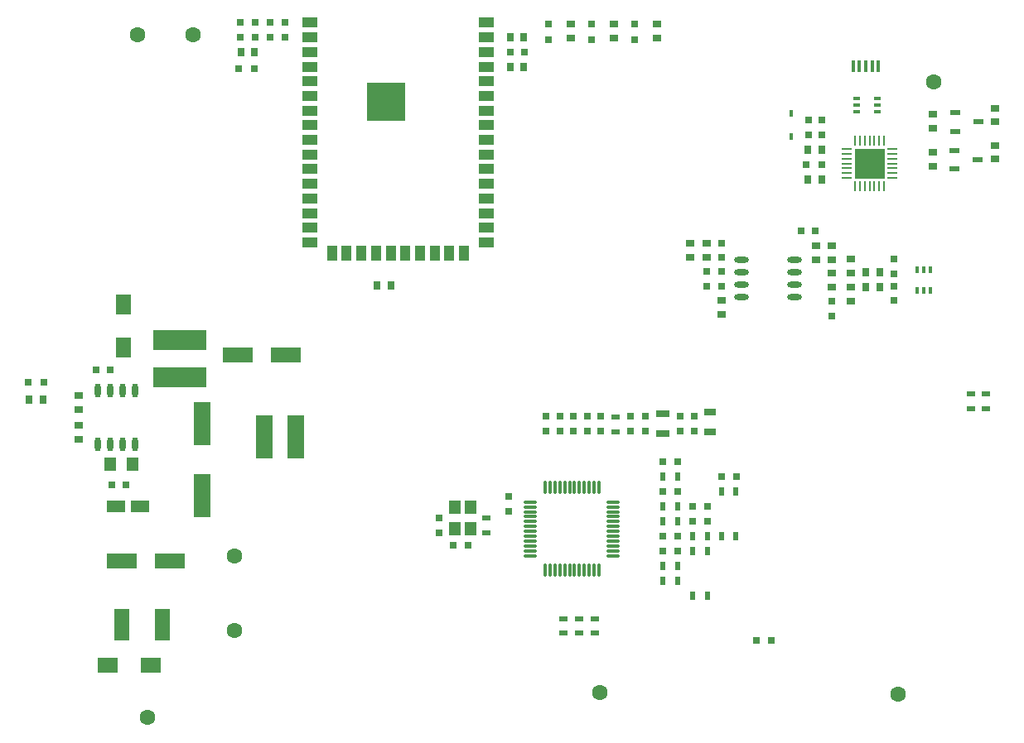
<source format=gtp>
%FSTAX23Y23*%
%MOIN*%
%SFA1B1*%

%IPPOS*%
%ADD20C,0.063000*%
%ADD21R,0.052800X0.031500*%
%ADD22R,0.015700X0.031500*%
%ADD23R,0.031500X0.037400*%
%ADD24R,0.157500X0.157500*%
%ADD25R,0.059100X0.039400*%
%ADD26R,0.039400X0.059100*%
%ADD27R,0.031500X0.031500*%
%ADD28R,0.017700X0.051200*%
%ADD29R,0.021700X0.035400*%
%ADD30R,0.035400X0.021700*%
%ADD31R,0.031500X0.031500*%
%ADD32R,0.216500X0.084600*%
%ADD33R,0.124000X0.063000*%
%ADD34R,0.068900X0.177200*%
%ADD35R,0.070900X0.173200*%
%ADD36R,0.076800X0.049200*%
%ADD37R,0.061000X0.126400*%
%ADD38R,0.049200X0.031500*%
%ADD39O,0.023600X0.057100*%
%ADD40R,0.037400X0.031500*%
%ADD41O,0.059100X0.023600*%
%ADD42O,0.057100X0.011800*%
%ADD43O,0.011800X0.057100*%
%ADD44R,0.039400X0.023600*%
%ADD45R,0.061000X0.082700*%
%ADD46R,0.050000X0.055000*%
%ADD47R,0.082700X0.061000*%
%ADD48O,0.041300X0.009800*%
%ADD49O,0.009800X0.041300*%
%ADD50R,0.123200X0.123200*%
%ADD51R,0.031500X0.015700*%
%ADD52R,0.045300X0.055100*%
%LNv1.0-1*%
%LPD*%
G54D20*
X01485Y0216D03*
X01445Y0491D03*
X0167D03*
X01835Y0251D03*
X04505Y02255D03*
X01835Y0281D03*
X03305Y0226D03*
X0465Y0472D03*
G54D21*
X0356Y03385D03*
Y03304D03*
G54D22*
X04584Y03965D03*
X0461D03*
X04635D03*
Y03881D03*
X04584D03*
X0461D03*
X04076Y04593D03*
Y04502D03*
G54D23*
X02409Y039D03*
X02465D03*
X03Y049D03*
X02945D03*
X01862Y0484D03*
X01917D03*
X03Y0478D03*
X02945D03*
X04377Y03893D03*
X04432D03*
X04377Y03953D03*
X04432D03*
X04144Y04447D03*
X04199D03*
X04144Y04327D03*
X04199D03*
X01009Y03439D03*
X01065D03*
G54D24*
X02447Y04642D03*
G54D25*
X02849Y0496D03*
X0214D03*
Y049D03*
Y04841D03*
Y04782D03*
Y04723D03*
Y04664D03*
Y04605D03*
Y04546D03*
Y04487D03*
Y04428D03*
Y04369D03*
Y0431D03*
Y04251D03*
Y04192D03*
Y04133D03*
Y04074D03*
X02849Y049D03*
Y04841D03*
Y04782D03*
Y04723D03*
Y04664D03*
Y04605D03*
Y04546D03*
Y04487D03*
Y04428D03*
Y04369D03*
Y0431D03*
Y04251D03*
Y04192D03*
Y04133D03*
Y04074D03*
G54D26*
X02229Y0403D03*
X02288D03*
X02347D03*
X02406D03*
X0276D03*
X02701D03*
X02642D03*
X02583D03*
X02524D03*
X02465D03*
G54D27*
X03795Y0313D03*
X03855D03*
X03739Y0295D03*
X0368D03*
X03619Y0319D03*
X0356D03*
X03619Y0283D03*
X0356D03*
X03935Y0247D03*
X03995D03*
X01853Y04775D03*
X01916D03*
X03004Y0484D03*
X02945D03*
X04115Y0412D03*
X04174D03*
X03619Y0289D03*
X0356D03*
X03619Y0307D03*
X0356D03*
X03739Y0301D03*
X0368D03*
X02716Y02855D03*
X02775D03*
X04199Y04387D03*
X04136D03*
X01338Y0356D03*
X01279D03*
X01401Y03096D03*
X01342D03*
X01007Y0351D03*
X0107D03*
G54D28*
X04325Y04783D03*
X04351D03*
X04376D03*
X04402D03*
X04427D03*
G54D29*
X0356Y0301D03*
X0362D03*
X0356Y0295D03*
X03619D03*
X0368Y0289D03*
X03739D03*
X0356Y0277D03*
X0362D03*
X0356Y0271D03*
X0362D03*
X03619Y0313D03*
X0356D03*
X03854Y0307D03*
X03795D03*
X03854Y0289D03*
X03795D03*
X03739Y0283D03*
X0368D03*
X03739Y0265D03*
X0368D03*
G54D30*
X03288Y02558D03*
Y02499D03*
X03224Y02558D03*
Y02499D03*
X03161Y02558D03*
Y02499D03*
X0285Y02964D03*
Y02905D03*
X0337Y0331D03*
Y03369D03*
X0486Y03464D03*
Y03405D03*
X048D03*
Y03464D03*
G54D31*
X03255Y03374D03*
Y03315D03*
X032Y03374D03*
Y03315D03*
X0309Y03315D03*
Y03374D03*
X0294Y03049D03*
Y0299D03*
X0204Y04959D03*
Y049D03*
X0186Y04959D03*
Y049D03*
X0192Y04959D03*
Y049D03*
X0198Y04959D03*
Y049D03*
X03795Y03957D03*
Y03898D03*
X03735Y03957D03*
Y03898D03*
X0424Y03778D03*
Y03837D03*
X0449Y03839D03*
Y03898D03*
X03795Y04072D03*
Y04013D03*
X0449Y04007D03*
Y03948D03*
X0331Y03315D03*
Y03374D03*
X03685D03*
Y03315D03*
X0266Y02905D03*
Y02964D03*
X0363Y03373D03*
Y03314D03*
X0349Y03374D03*
Y03315D03*
X0343Y03374D03*
Y03315D03*
X03145Y03374D03*
Y03315D03*
X03099Y04953D03*
Y0489D03*
X03273Y04953D03*
Y0489D03*
X03447Y04953D03*
Y0489D03*
X04201Y04567D03*
Y04507D03*
X04146Y04567D03*
Y04507D03*
G54D32*
X01615Y0368D03*
Y03529D03*
G54D33*
X0185Y0362D03*
X02042D03*
X01576Y0279D03*
X01383D03*
G54D34*
X02084Y0329D03*
X01956D03*
G54D35*
X01705Y03345D03*
Y03054D03*
G54D36*
X01361Y0301D03*
X01458D03*
G54D37*
X01382Y02535D03*
X01547D03*
G54D38*
X0375Y03389D03*
Y0331D03*
G54D39*
X01288Y03262D03*
X01338D03*
X01388D03*
X01438D03*
X01288Y03477D03*
X01338D03*
X01388D03*
X01438D03*
G54D40*
X0367Y04071D03*
Y04015D03*
X03735Y04071D03*
Y04015D03*
X03795Y03785D03*
Y03841D03*
X04175Y04005D03*
Y04061D03*
X04315Y03893D03*
Y03838D03*
Y04006D03*
Y0395D03*
X0424Y04005D03*
Y04061D03*
Y03895D03*
Y03951D03*
X04896Y0456D03*
Y04615D03*
Y0441D03*
Y04465D03*
X04646Y04535D03*
Y0459D03*
Y04382D03*
Y04438D03*
X03189Y04898D03*
Y04953D03*
X03363Y04898D03*
Y04953D03*
X03536Y04898D03*
Y04953D03*
X0121Y03282D03*
Y03337D03*
Y03402D03*
Y03457D03*
G54D41*
X03878Y03953D03*
Y04003D03*
Y03903D03*
Y03853D03*
X04091Y04003D03*
Y03953D03*
Y03903D03*
Y03853D03*
G54D42*
X03361Y02811D03*
Y02831D03*
Y02851D03*
Y0287D03*
Y0289D03*
Y0291D03*
Y02929D03*
Y02949D03*
Y02969D03*
Y02988D03*
Y03008D03*
Y03028D03*
X03028D03*
Y03008D03*
Y02988D03*
Y02969D03*
Y02949D03*
Y02929D03*
Y0291D03*
Y0289D03*
Y0287D03*
Y02851D03*
Y02831D03*
Y02811D03*
G54D43*
X03303Y03086D03*
X03283D03*
X03263D03*
X03244D03*
X03224D03*
X03204D03*
X03185D03*
X03165D03*
X03145D03*
X03126D03*
X03106D03*
X03086D03*
Y02753D03*
X03106D03*
X03126D03*
X03145D03*
X03165D03*
X03185D03*
X03204D03*
X03224D03*
X03244D03*
X03263D03*
X03283D03*
X03303D03*
G54D44*
X04829Y04559D03*
X04735Y04522D03*
Y04597D03*
X04828Y04407D03*
X04734Y0437D03*
Y04445D03*
G54D45*
X0139Y03823D03*
Y0365D03*
G54D46*
X01428Y0318D03*
X01338D03*
G54D47*
X01501Y0237D03*
X01328D03*
G54D48*
X04482Y04452D03*
Y04432D03*
Y04412D03*
Y04392D03*
Y04373D03*
Y04353D03*
Y04333D03*
X04301D03*
Y04353D03*
Y04373D03*
Y04392D03*
Y04412D03*
Y04432D03*
Y04452D03*
G54D49*
X04451Y04302D03*
X04431D03*
X04411D03*
X04392D03*
X04372D03*
X04352D03*
X04332D03*
Y04483D03*
X04352D03*
X04372D03*
X04392D03*
X04431D03*
X04451D03*
X04411D03*
G54D50*
X04392Y04392D03*
G54D51*
X04424Y04653D03*
Y04627D03*
Y04602D03*
X04339D03*
Y04653D03*
Y04627D03*
G54D52*
X02723Y0292D03*
X02786Y03007D03*
Y0292D03*
X02723Y03007D03*
M02*
</source>
